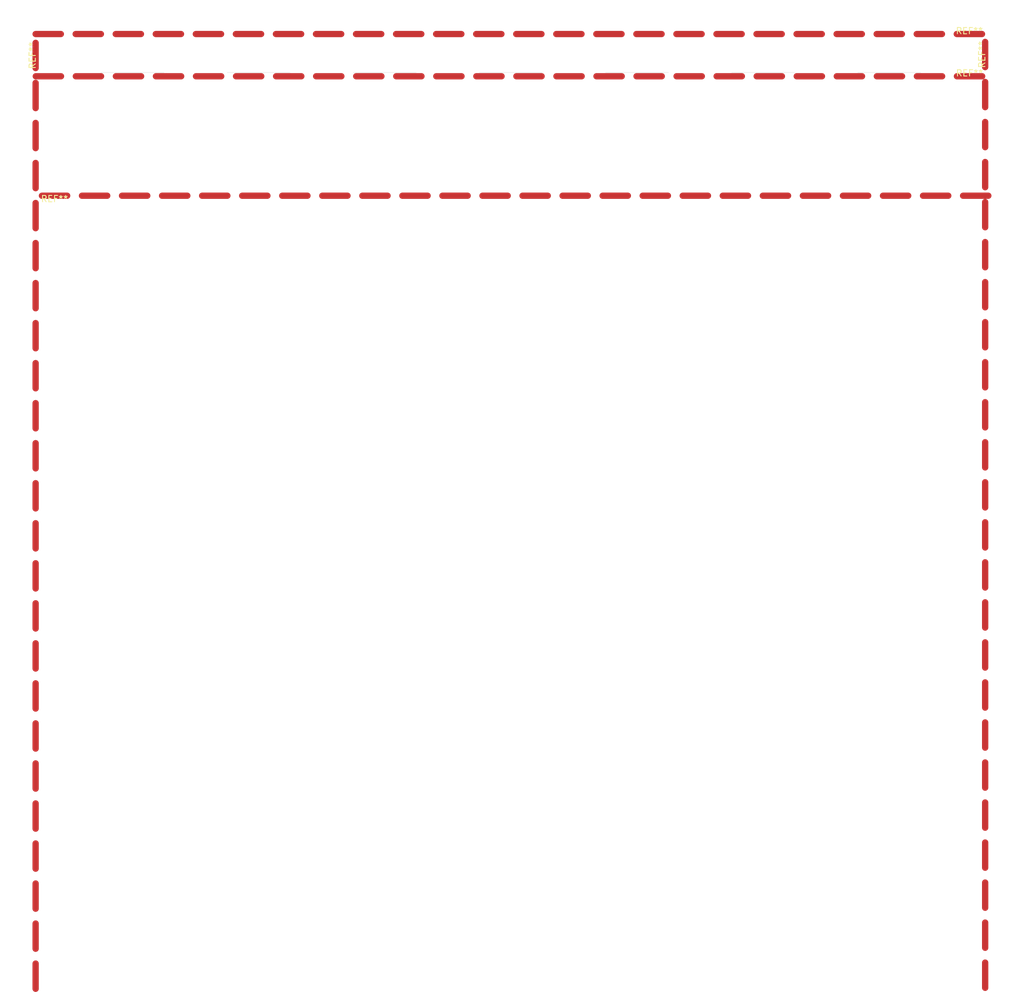
<source format=kicad_pcb>
(kicad_pcb (version 20171130) (host pcbnew 5.1.5+dfsg1-2build2)

  (general
    (thickness 1.6)
    (drawings 96)
    (tracks 0)
    (zones 0)
    (modules 5)
    (nets 1)
  )

  (page A4)
  (layers
    (0 F.Cu signal)
    (31 B.Cu signal)
    (32 B.Adhes user)
    (33 F.Adhes user)
    (34 B.Paste user)
    (35 F.Paste user)
    (36 B.SilkS user)
    (37 F.SilkS user)
    (38 B.Mask user)
    (39 F.Mask user)
    (40 Dwgs.User user)
    (41 Cmts.User user)
    (42 Eco1.User user)
    (43 Eco2.User user)
    (44 Edge.Cuts user)
    (45 Margin user)
    (46 B.CrtYd user)
    (47 F.CrtYd user)
    (48 B.Fab user)
    (49 F.Fab user)
  )

  (setup
    (last_trace_width 0.35)
    (trace_clearance 0.25)
    (zone_clearance 0.508)
    (zone_45_only no)
    (trace_min 0.3)
    (via_size 0.8)
    (via_drill 0.4)
    (via_min_size 0.5)
    (via_min_drill 0.4)
    (uvia_size 0.3)
    (uvia_drill 0.1)
    (uvias_allowed no)
    (uvia_min_size 0.2)
    (uvia_min_drill 0.1)
    (edge_width 0.05)
    (segment_width 0.2)
    (pcb_text_width 0.3)
    (pcb_text_size 1.5 1.5)
    (mod_edge_width 0.12)
    (mod_text_size 1 1)
    (mod_text_width 0.15)
    (pad_size 1.524 1.524)
    (pad_drill 0.762)
    (pad_to_mask_clearance 0.051)
    (solder_mask_min_width 0.25)
    (aux_axis_origin 0 0)
    (visible_elements FFFFFF7F)
    (pcbplotparams
      (layerselection 0x010fc_ffffffff)
      (usegerberextensions false)
      (usegerberattributes false)
      (usegerberadvancedattributes false)
      (creategerberjobfile false)
      (excludeedgelayer true)
      (linewidth 0.100000)
      (plotframeref false)
      (viasonmask false)
      (mode 1)
      (useauxorigin false)
      (hpglpennumber 1)
      (hpglpenspeed 20)
      (hpglpendiameter 15.000000)
      (psnegative false)
      (psa4output false)
      (plotreference true)
      (plotvalue true)
      (plotinvisibletext false)
      (padsonsilk false)
      (subtractmaskfromsilk false)
      (outputformat 1)
      (mirror false)
      (drillshape 1)
      (scaleselection 1)
      (outputdirectory ""))
  )

  (net 0 "")

  (net_class Default "This is the default net class."
    (clearance 0.25)
    (trace_width 0.35)
    (via_dia 0.8)
    (via_drill 0.4)
    (uvia_dia 0.3)
    (uvia_drill 0.1)
    (diff_pair_width 0.3)
    (diff_pair_gap 0.25)
  )

  (net_class Power ""
    (clearance 0.25)
    (trace_width 0.45)
    (via_dia 1)
    (via_drill 0.4)
    (uvia_dia 0.3)
    (uvia_drill 0.1)
    (diff_pair_width 0.3)
    (diff_pair_gap 0.25)
  )

  (module Digi:Long_Pad_single_sided (layer F.Cu) (tedit 5F2CBB43) (tstamp 5F2E20DA)
    (at 202.1 36.7 270)
    (fp_text reference REF** (at 0 0.5 90) (layer F.SilkS)
      (effects (font (size 1 1) (thickness 0.15)))
    )
    (fp_text value Long_Pad_single_sided (at 0 -0.5 90) (layer F.Fab)
      (effects (font (size 1 1) (thickness 0.15)))
    )
    (pad 1 smd oval (at 146.05 0 270) (size 5 1) (layers F.Cu F.Paste F.Mask))
    (pad 1 smd oval (at 139.7 0 270) (size 5 1) (layers F.Cu F.Paste F.Mask))
    (pad 1 smd oval (at 133.35 0 270) (size 5 1) (layers F.Cu F.Paste F.Mask))
    (pad 1 smd oval (at 127 0 270) (size 5 1) (layers F.Cu F.Paste F.Mask))
    (pad 1 smd oval (at 120.65 0 270) (size 5 1) (layers F.Cu F.Paste F.Mask))
    (pad 1 smd oval (at 114.3 0 270) (size 5 1) (layers F.Cu F.Paste F.Mask))
    (pad 1 smd oval (at 107.95 0 270) (size 5 1) (layers F.Cu F.Paste F.Mask))
    (pad 1 smd oval (at 101.6 0 270) (size 5 1) (layers F.Cu F.Paste F.Mask))
    (pad 1 smd oval (at 95.25 0 270) (size 5 1) (layers F.Cu F.Paste F.Mask))
    (pad 1 smd oval (at 88.9 0 270) (size 5 1) (layers F.Cu F.Paste F.Mask))
    (pad 1 smd oval (at 82.55 0 270) (size 5 1) (layers F.Cu F.Paste F.Mask))
    (pad 1 smd oval (at 76.2 0 270) (size 5 1) (layers F.Cu F.Paste F.Mask))
    (pad 1 smd oval (at 69.85 0 270) (size 5 1) (layers F.Cu F.Paste F.Mask))
    (pad 1 smd oval (at 63.5 0 270) (size 5 1) (layers F.Cu F.Paste F.Mask))
    (pad 1 smd oval (at 57.15 0 270) (size 5 1) (layers F.Cu F.Paste F.Mask))
    (pad 1 smd oval (at 50.8 0 270) (size 5 1) (layers F.Cu F.Paste F.Mask))
    (pad 1 smd oval (at 44.45 0 270) (size 5 1) (layers F.Cu F.Paste F.Mask))
    (pad 1 smd oval (at 38.1 0 270) (size 5 1) (layers F.Cu F.Paste F.Mask))
    (pad 1 smd oval (at 31.75 0 270) (size 5 1) (layers F.Cu F.Paste F.Mask))
    (pad 1 smd oval (at 25.4 0 270) (size 5 1) (layers F.Cu F.Paste F.Mask))
    (pad 1 smd oval (at 19.05 0 270) (size 5 1) (layers F.Cu F.Paste F.Mask))
    (pad 1 smd oval (at 12.7 0 270) (size 5 1) (layers F.Cu F.Paste F.Mask))
    (pad 1 smd oval (at 6.35 0 270) (size 5 1) (layers F.Cu F.Paste F.Mask))
    (pad 1 smd oval (at 0 0 270) (size 5 1) (layers F.Cu F.Paste F.Mask))
  )

  (module Digi:Long_Pad_single_sided (layer F.Cu) (tedit 5F2CBB43) (tstamp 5F2D187A)
    (at 54.55 59.1)
    (fp_text reference REF** (at 0 0.5) (layer F.SilkS)
      (effects (font (size 1 1) (thickness 0.15)))
    )
    (fp_text value Long_Pad_single_sided (at 0 -0.5) (layer F.Fab)
      (effects (font (size 1 1) (thickness 0.15)))
    )
    (pad 1 smd oval (at 0 0) (size 5 1) (layers F.Cu F.Paste F.Mask))
    (pad 1 smd oval (at 6.35 0) (size 5 1) (layers F.Cu F.Paste F.Mask))
    (pad 1 smd oval (at 12.7 0) (size 5 1) (layers F.Cu F.Paste F.Mask))
    (pad 1 smd oval (at 19.05 0) (size 5 1) (layers F.Cu F.Paste F.Mask))
    (pad 1 smd oval (at 25.4 0) (size 5 1) (layers F.Cu F.Paste F.Mask))
    (pad 1 smd oval (at 31.75 0) (size 5 1) (layers F.Cu F.Paste F.Mask))
    (pad 1 smd oval (at 38.1 0) (size 5 1) (layers F.Cu F.Paste F.Mask))
    (pad 1 smd oval (at 44.45 0) (size 5 1) (layers F.Cu F.Paste F.Mask))
    (pad 1 smd oval (at 50.8 0) (size 5 1) (layers F.Cu F.Paste F.Mask))
    (pad 1 smd oval (at 57.15 0) (size 5 1) (layers F.Cu F.Paste F.Mask))
    (pad 1 smd oval (at 63.5 0) (size 5 1) (layers F.Cu F.Paste F.Mask))
    (pad 1 smd oval (at 69.85 0) (size 5 1) (layers F.Cu F.Paste F.Mask))
    (pad 1 smd oval (at 76.2 0) (size 5 1) (layers F.Cu F.Paste F.Mask))
    (pad 1 smd oval (at 82.55 0) (size 5 1) (layers F.Cu F.Paste F.Mask))
    (pad 1 smd oval (at 88.9 0) (size 5 1) (layers F.Cu F.Paste F.Mask))
    (pad 1 smd oval (at 95.25 0) (size 5 1) (layers F.Cu F.Paste F.Mask))
    (pad 1 smd oval (at 101.6 0) (size 5 1) (layers F.Cu F.Paste F.Mask))
    (pad 1 smd oval (at 107.95 0) (size 5 1) (layers F.Cu F.Paste F.Mask))
    (pad 1 smd oval (at 114.3 0) (size 5 1) (layers F.Cu F.Paste F.Mask))
    (pad 1 smd oval (at 120.65 0) (size 5 1) (layers F.Cu F.Paste F.Mask))
    (pad 1 smd oval (at 127 0) (size 5 1) (layers F.Cu F.Paste F.Mask))
    (pad 1 smd oval (at 133.35 0) (size 5 1) (layers F.Cu F.Paste F.Mask))
    (pad 1 smd oval (at 139.7 0) (size 5 1) (layers F.Cu F.Paste F.Mask))
    (pad 1 smd oval (at 146.05 0) (size 5 1) (layers F.Cu F.Paste F.Mask))
  )

  (module Digi:Long_Pad_single_sided (layer F.Cu) (tedit 5F2CBB43) (tstamp 5F2D187A)
    (at 51.55 36.85 270)
    (fp_text reference REF** (at 0 0.5 90) (layer F.SilkS)
      (effects (font (size 1 1) (thickness 0.15)))
    )
    (fp_text value Long_Pad_single_sided (at 0 -0.5 90) (layer F.Fab)
      (effects (font (size 1 1) (thickness 0.15)))
    )
    (pad 1 smd oval (at 0 0 270) (size 5 1) (layers F.Cu F.Paste F.Mask))
    (pad 1 smd oval (at 6.35 0 270) (size 5 1) (layers F.Cu F.Paste F.Mask))
    (pad 1 smd oval (at 12.7 0 270) (size 5 1) (layers F.Cu F.Paste F.Mask))
    (pad 1 smd oval (at 19.05 0 270) (size 5 1) (layers F.Cu F.Paste F.Mask))
    (pad 1 smd oval (at 25.4 0 270) (size 5 1) (layers F.Cu F.Paste F.Mask))
    (pad 1 smd oval (at 31.75 0 270) (size 5 1) (layers F.Cu F.Paste F.Mask))
    (pad 1 smd oval (at 38.1 0 270) (size 5 1) (layers F.Cu F.Paste F.Mask))
    (pad 1 smd oval (at 44.45 0 270) (size 5 1) (layers F.Cu F.Paste F.Mask))
    (pad 1 smd oval (at 50.8 0 270) (size 5 1) (layers F.Cu F.Paste F.Mask))
    (pad 1 smd oval (at 57.15 0 270) (size 5 1) (layers F.Cu F.Paste F.Mask))
    (pad 1 smd oval (at 63.5 0 270) (size 5 1) (layers F.Cu F.Paste F.Mask))
    (pad 1 smd oval (at 69.85 0 270) (size 5 1) (layers F.Cu F.Paste F.Mask))
    (pad 1 smd oval (at 76.2 0 270) (size 5 1) (layers F.Cu F.Paste F.Mask))
    (pad 1 smd oval (at 82.55 0 270) (size 5 1) (layers F.Cu F.Paste F.Mask))
    (pad 1 smd oval (at 88.9 0 270) (size 5 1) (layers F.Cu F.Paste F.Mask))
    (pad 1 smd oval (at 95.25 0 270) (size 5 1) (layers F.Cu F.Paste F.Mask))
    (pad 1 smd oval (at 101.6 0 270) (size 5 1) (layers F.Cu F.Paste F.Mask))
    (pad 1 smd oval (at 107.95 0 270) (size 5 1) (layers F.Cu F.Paste F.Mask))
    (pad 1 smd oval (at 114.3 0 270) (size 5 1) (layers F.Cu F.Paste F.Mask))
    (pad 1 smd oval (at 120.65 0 270) (size 5 1) (layers F.Cu F.Paste F.Mask))
    (pad 1 smd oval (at 127 0 270) (size 5 1) (layers F.Cu F.Paste F.Mask))
    (pad 1 smd oval (at 133.35 0 270) (size 5 1) (layers F.Cu F.Paste F.Mask))
    (pad 1 smd oval (at 139.7 0 270) (size 5 1) (layers F.Cu F.Paste F.Mask))
    (pad 1 smd oval (at 146.05 0 270) (size 5 1) (layers F.Cu F.Paste F.Mask))
  )

  (module Digi:Long_Pad_single_sided (layer F.Cu) (tedit 5F2CBB43) (tstamp 5F2D187A)
    (at 199.625 40.15 180)
    (fp_text reference REF** (at 0 0.5) (layer F.SilkS)
      (effects (font (size 1 1) (thickness 0.15)))
    )
    (fp_text value Long_Pad_single_sided (at 0 -0.5) (layer F.Fab)
      (effects (font (size 1 1) (thickness 0.15)))
    )
    (pad 1 smd oval (at 0 0 180) (size 5 1) (layers F.Cu F.Paste F.Mask))
    (pad 1 smd oval (at 6.35 0 180) (size 5 1) (layers F.Cu F.Paste F.Mask))
    (pad 1 smd oval (at 12.7 0 180) (size 5 1) (layers F.Cu F.Paste F.Mask))
    (pad 1 smd oval (at 19.05 0 180) (size 5 1) (layers F.Cu F.Paste F.Mask))
    (pad 1 smd oval (at 25.4 0 180) (size 5 1) (layers F.Cu F.Paste F.Mask))
    (pad 1 smd oval (at 31.75 0 180) (size 5 1) (layers F.Cu F.Paste F.Mask))
    (pad 1 smd oval (at 38.1 0 180) (size 5 1) (layers F.Cu F.Paste F.Mask))
    (pad 1 smd oval (at 44.45 0 180) (size 5 1) (layers F.Cu F.Paste F.Mask))
    (pad 1 smd oval (at 50.8 0 180) (size 5 1) (layers F.Cu F.Paste F.Mask))
    (pad 1 smd oval (at 57.15 0 180) (size 5 1) (layers F.Cu F.Paste F.Mask))
    (pad 1 smd oval (at 63.5 0 180) (size 5 1) (layers F.Cu F.Paste F.Mask))
    (pad 1 smd oval (at 69.85 0 180) (size 5 1) (layers F.Cu F.Paste F.Mask))
    (pad 1 smd oval (at 76.2 0 180) (size 5 1) (layers F.Cu F.Paste F.Mask))
    (pad 1 smd oval (at 82.55 0 180) (size 5 1) (layers F.Cu F.Paste F.Mask))
    (pad 1 smd oval (at 88.9 0 180) (size 5 1) (layers F.Cu F.Paste F.Mask))
    (pad 1 smd oval (at 95.25 0 180) (size 5 1) (layers F.Cu F.Paste F.Mask))
    (pad 1 smd oval (at 101.6 0 180) (size 5 1) (layers F.Cu F.Paste F.Mask))
    (pad 1 smd oval (at 107.95 0 180) (size 5 1) (layers F.Cu F.Paste F.Mask))
    (pad 1 smd oval (at 114.3 0 180) (size 5 1) (layers F.Cu F.Paste F.Mask))
    (pad 1 smd oval (at 120.65 0 180) (size 5 1) (layers F.Cu F.Paste F.Mask))
    (pad 1 smd oval (at 127 0 180) (size 5 1) (layers F.Cu F.Paste F.Mask))
    (pad 1 smd oval (at 133.35 0 180) (size 5 1) (layers F.Cu F.Paste F.Mask))
    (pad 1 smd oval (at 139.7 0 180) (size 5 1) (layers F.Cu F.Paste F.Mask))
    (pad 1 smd oval (at 146.05 0 180) (size 5 1) (layers F.Cu F.Paste F.Mask))
  )

  (module Digi:Long_Pad_single_sided (layer F.Cu) (tedit 5F2CBB43) (tstamp 5F2D185A)
    (at 199.6 33.45 180)
    (fp_text reference REF** (at 0 0.5) (layer F.SilkS)
      (effects (font (size 1 1) (thickness 0.15)))
    )
    (fp_text value Long_Pad_single_sided (at 0 -0.5) (layer F.Fab)
      (effects (font (size 1 1) (thickness 0.15)))
    )
    (pad 1 smd oval (at 146.05 0 180) (size 5 1) (layers F.Cu F.Paste F.Mask))
    (pad 1 smd oval (at 139.7 0 180) (size 5 1) (layers F.Cu F.Paste F.Mask))
    (pad 1 smd oval (at 133.35 0 180) (size 5 1) (layers F.Cu F.Paste F.Mask))
    (pad 1 smd oval (at 127 0 180) (size 5 1) (layers F.Cu F.Paste F.Mask))
    (pad 1 smd oval (at 120.65 0 180) (size 5 1) (layers F.Cu F.Paste F.Mask))
    (pad 1 smd oval (at 114.3 0 180) (size 5 1) (layers F.Cu F.Paste F.Mask))
    (pad 1 smd oval (at 107.95 0 180) (size 5 1) (layers F.Cu F.Paste F.Mask))
    (pad 1 smd oval (at 101.6 0 180) (size 5 1) (layers F.Cu F.Paste F.Mask))
    (pad 1 smd oval (at 95.25 0 180) (size 5 1) (layers F.Cu F.Paste F.Mask))
    (pad 1 smd oval (at 88.9 0 180) (size 5 1) (layers F.Cu F.Paste F.Mask))
    (pad 1 smd oval (at 82.55 0 180) (size 5 1) (layers F.Cu F.Paste F.Mask))
    (pad 1 smd oval (at 76.2 0 180) (size 5 1) (layers F.Cu F.Paste F.Mask))
    (pad 1 smd oval (at 69.85 0 180) (size 5 1) (layers F.Cu F.Paste F.Mask))
    (pad 1 smd oval (at 63.5 0 180) (size 5 1) (layers F.Cu F.Paste F.Mask))
    (pad 1 smd oval (at 57.15 0 180) (size 5 1) (layers F.Cu F.Paste F.Mask))
    (pad 1 smd oval (at 50.8 0 180) (size 5 1) (layers F.Cu F.Paste F.Mask))
    (pad 1 smd oval (at 44.45 0 180) (size 5 1) (layers F.Cu F.Paste F.Mask))
    (pad 1 smd oval (at 38.1 0 180) (size 5 1) (layers F.Cu F.Paste F.Mask))
    (pad 1 smd oval (at 31.75 0 180) (size 5 1) (layers F.Cu F.Paste F.Mask))
    (pad 1 smd oval (at 25.4 0 180) (size 5 1) (layers F.Cu F.Paste F.Mask))
    (pad 1 smd oval (at 19.05 0 180) (size 5 1) (layers F.Cu F.Paste F.Mask))
    (pad 1 smd oval (at 12.7 0 180) (size 5 1) (layers F.Cu F.Paste F.Mask))
    (pad 1 smd oval (at 6.35 0 180) (size 5 1) (layers F.Cu F.Paste F.Mask))
    (pad 1 smd oval (at 0 0 180) (size 5 1) (layers F.Cu F.Paste F.Mask))
  )

  (gr_line (start 111.900001 39.549998) (end 101.900001 39.549998) (layer Edge.Cuts) (width 0.05) (tstamp 5F2D2788))
  (gr_line (start 181.9 39.549998) (end 191.9 39.549998) (layer Edge.Cuts) (width 0.05) (tstamp 5F2CB991))
  (gr_line (start 161.9 39.549998) (end 171.9 39.549998) (layer Edge.Cuts) (width 0.05) (tstamp 5F2CB988))
  (gr_line (start 141.900001 39.549998) (end 151.900001 39.549998) (layer Edge.Cuts) (width 0.05) (tstamp 5F2CB994))
  (gr_line (start 121.900001 39.549998) (end 131.900001 39.549998) (layer Edge.Cuts) (width 0.05) (tstamp 5F2CB98B))
  (gr_line (start 81.900001 39.549998) (end 91.900001 39.549998) (layer Edge.Cuts) (width 0.05) (tstamp 5F2CB9C7))
  (gr_line (start 61.900001 39.549998) (end 71.900001 39.549998) (layer Edge.Cuts) (width 0.05) (tstamp 5F2CB9BE))
  (gr_line (start 151.900001 39.549998) (end 151.900001 37.949998) (layer Edge.Cuts) (width 0.00031) (tstamp 5F2CB979))
  (gr_line (start 191.9 37.949998) (end 181.9 37.949998) (layer Edge.Cuts) (width 0.00031) (tstamp 5F2CB97C))
  (gr_line (start 91.875 32.874999) (end 81.875 32.874999) (layer Edge.Cuts) (width 0.00031))
  (gr_line (start 121.875 32.874999) (end 121.875 31.274999) (layer Edge.Cuts) (width 0.00031))
  (gr_line (start 204.375 51.274999) (end 202.775 51.274999) (layer Edge.Cuts) (width 0.00031))
  (gr_line (start 202.775 41.274999) (end 204.375 41.274999) (layer Edge.Cuts) (width 0.00031))
  (gr_line (start 202.775 51.274999) (end 202.775 41.274999) (layer Edge.Cuts) (width 0.00031))
  (gr_line (start 204.375 31.274999) (end 191.875 31.274999) (layer Edge.Cuts) (width 0.00031))
  (gr_line (start 161.9 37.949998) (end 161.9 39.549998) (layer Edge.Cuts) (width 0.00031) (tstamp 5F2CB97F))
  (gr_line (start 91.875 31.274999) (end 91.875 32.874999) (layer Edge.Cuts) (width 0.00031))
  (gr_line (start 121.875 31.274999) (end 111.875 31.274999) (layer Edge.Cuts) (width 0.00031))
  (gr_line (start 171.9 37.949998) (end 161.9 37.949998) (layer Edge.Cuts) (width 0.00031) (tstamp 5F2CB982))
  (gr_line (start 131.875 32.874999) (end 121.875 32.874999) (layer Edge.Cuts) (width 0.00031))
  (gr_line (start 171.875001 31.274999) (end 171.875001 32.874999) (layer Edge.Cuts) (width 0.00031))
  (gr_line (start 191.9 39.549998) (end 191.9 37.949998) (layer Edge.Cuts) (width 0.00031) (tstamp 5F2CB985))
  (gr_line (start 181.875 32.874999) (end 181.875 31.274999) (layer Edge.Cuts) (width 0.00031))
  (gr_line (start 111.875 31.274999) (end 111.875 32.874999) (layer Edge.Cuts) (width 0.00031))
  (gr_line (start 61.875 61.274999) (end 61.875 59.674999) (layer Edge.Cuts) (width 0.00031))
  (gr_line (start 61.875 59.674999) (end 71.875001 59.674999) (layer Edge.Cuts) (width 0.00031))
  (gr_line (start 81.875 61.274999) (end 81.875 59.674999) (layer Edge.Cuts) (width 0.00031))
  (gr_line (start 71.875001 61.274999) (end 81.875 61.274999) (layer Edge.Cuts) (width 0.00031))
  (gr_line (start 91.875 61.274999) (end 101.875 61.274999) (layer Edge.Cuts) (width 0.00031))
  (gr_line (start 111.875 59.674999) (end 111.875 61.274999) (layer Edge.Cuts) (width 0.00031))
  (gr_line (start 49.375 61.274999) (end 61.875 61.274999) (layer Edge.Cuts) (width 0.00031))
  (gr_line (start 61.875 31.274999) (end 49.375 31.274999) (layer Edge.Cuts) (width 0.00031))
  (gr_line (start 71.875001 59.674999) (end 71.875001 61.274999) (layer Edge.Cuts) (width 0.00031))
  (gr_line (start 121.875 59.674999) (end 131.875 59.674999) (layer Edge.Cuts) (width 0.00031))
  (gr_line (start 71.875001 32.874999) (end 61.875 32.874999) (layer Edge.Cuts) (width 0.00031))
  (gr_line (start 131.875 59.674999) (end 131.875 61.274999) (layer Edge.Cuts) (width 0.00031))
  (gr_line (start 121.875 61.274999) (end 121.875 59.674999) (layer Edge.Cuts) (width 0.00031))
  (gr_line (start 50.975 41.274999) (end 50.975 51.274999) (layer Edge.Cuts) (width 0.00031))
  (gr_line (start 101.875 59.674999) (end 111.875 59.674999) (layer Edge.Cuts) (width 0.00031))
  (gr_line (start 50.975 51.274999) (end 49.375 51.274999) (layer Edge.Cuts) (width 0.00031))
  (gr_line (start 49.375 51.274999) (end 49.375 61.274999) (layer Edge.Cuts) (width 0.00031))
  (gr_line (start 61.875 32.874999) (end 61.875 31.274999) (layer Edge.Cuts) (width 0.00031))
  (gr_line (start 111.875 61.274999) (end 121.875 61.274999) (layer Edge.Cuts) (width 0.00031))
  (gr_line (start 49.375 31.274999) (end 49.375 41.274999) (layer Edge.Cuts) (width 0.00031))
  (gr_line (start 111.875 32.874999) (end 101.875 32.874999) (layer Edge.Cuts) (width 0.00031))
  (gr_line (start 71.875001 31.274999) (end 71.875001 32.874999) (layer Edge.Cuts) (width 0.00031))
  (gr_line (start 91.875 59.674999) (end 91.875 61.274999) (layer Edge.Cuts) (width 0.00031))
  (gr_line (start 101.875 61.274999) (end 101.875 59.674999) (layer Edge.Cuts) (width 0.00031))
  (gr_line (start 81.875 31.274999) (end 71.875001 31.274999) (layer Edge.Cuts) (width 0.00031))
  (gr_line (start 71.900001 39.549998) (end 71.900001 37.949998) (layer Edge.Cuts) (width 0.00031) (tstamp 5F2CB98E))
  (gr_line (start 81.875 59.674999) (end 91.875 59.674999) (layer Edge.Cuts) (width 0.00031))
  (gr_line (start 49.375 41.274999) (end 50.975 41.274999) (layer Edge.Cuts) (width 0.00031))
  (gr_line (start 81.875 32.874999) (end 81.875 31.274999) (layer Edge.Cuts) (width 0.00031))
  (gr_line (start 81.900001 37.949998) (end 81.900001 39.549998) (layer Edge.Cuts) (width 0.00031) (tstamp 5F2CB997))
  (gr_line (start 131.900001 37.949998) (end 121.900001 37.949998) (layer Edge.Cuts) (width 0.00031) (tstamp 5F2CB99A))
  (gr_line (start 91.900001 39.549998) (end 91.900001 37.949998) (layer Edge.Cuts) (width 0.00031) (tstamp 5F2CB99D))
  (gr_line (start 151.900001 37.949998) (end 141.900001 37.949998) (layer Edge.Cuts) (width 0.00031) (tstamp 5F2CB9A0))
  (gr_line (start 121.900001 37.949998) (end 121.900001 39.549998) (layer Edge.Cuts) (width 0.00031) (tstamp 5F2CB9A3))
  (gr_line (start 141.900001 37.949998) (end 141.900001 39.549998) (layer Edge.Cuts) (width 0.00031) (tstamp 5F2CB9A6))
  (gr_line (start 91.900001 37.949998) (end 81.900001 37.949998) (layer Edge.Cuts) (width 0.00031) (tstamp 5F2CB9A9))
  (gr_line (start 131.900001 39.549998) (end 131.900001 37.949998) (layer Edge.Cuts) (width 0.00031) (tstamp 5F2CB9AC))
  (gr_line (start 111.900001 39.549998) (end 111.900001 37.949998) (layer Edge.Cuts) (width 0.00031) (tstamp 5F2CB9AF))
  (gr_line (start 171.9 39.549998) (end 171.9 37.949998) (layer Edge.Cuts) (width 0.00031) (tstamp 5F2CB9B2))
  (gr_line (start 101.900001 37.949998) (end 101.900001 39.549998) (layer Edge.Cuts) (width 0.00031) (tstamp 5F2CB9B5))
  (gr_line (start 181.9 37.949998) (end 181.9 39.549998) (layer Edge.Cuts) (width 0.00031) (tstamp 5F2CB9B8))
  (gr_line (start 71.900001 37.949998) (end 61.900001 37.949998) (layer Edge.Cuts) (width 0.00031) (tstamp 5F2CB9BB))
  (gr_line (start 171.875001 61.274999) (end 181.875 61.274999) (layer Edge.Cuts) (width 0.00031))
  (gr_line (start 181.875 61.274999) (end 181.875 59.674999) (layer Edge.Cuts) (width 0.00031))
  (gr_line (start 161.875 61.274999) (end 161.875 59.674999) (layer Edge.Cuts) (width 0.00031))
  (gr_line (start 181.875 59.674999) (end 191.875 59.674999) (layer Edge.Cuts) (width 0.00031))
  (gr_line (start 161.875 59.674999) (end 171.875001 59.674999) (layer Edge.Cuts) (width 0.00031))
  (gr_line (start 131.875 61.274999) (end 141.875 61.274999) (layer Edge.Cuts) (width 0.00031))
  (gr_line (start 111.900001 37.949998) (end 101.900001 37.949998) (layer Edge.Cuts) (width 0.00031) (tstamp 5F2CB9C4))
  (gr_line (start 171.875001 59.674999) (end 171.875001 61.274999) (layer Edge.Cuts) (width 0.00031))
  (gr_line (start 151.875 59.674999) (end 151.875 61.274999) (layer Edge.Cuts) (width 0.00031))
  (gr_line (start 191.875 61.274999) (end 204.375 61.274999) (layer Edge.Cuts) (width 0.00031))
  (gr_line (start 141.875 59.674999) (end 151.875 59.674999) (layer Edge.Cuts) (width 0.00031))
  (gr_line (start 141.875 61.274999) (end 141.875 59.674999) (layer Edge.Cuts) (width 0.00031))
  (gr_line (start 191.875 31.274999) (end 191.875 32.874999) (layer Edge.Cuts) (width 0.00031))
  (gr_line (start 191.875 59.674999) (end 191.875 61.274999) (layer Edge.Cuts) (width 0.00031))
  (gr_line (start 151.875 61.274999) (end 161.875 61.274999) (layer Edge.Cuts) (width 0.00031))
  (gr_line (start 141.875 32.874999) (end 141.875 31.274999) (layer Edge.Cuts) (width 0.00031))
  (gr_line (start 204.375 41.274999) (end 204.375 31.274999) (layer Edge.Cuts) (width 0.00031))
  (gr_line (start 161.875 31.274999) (end 151.875 31.274999) (layer Edge.Cuts) (width 0.00031))
  (gr_line (start 161.875 32.874999) (end 161.875 31.274999) (layer Edge.Cuts) (width 0.00031))
  (gr_line (start 101.875 32.874999) (end 101.875 31.274999) (layer Edge.Cuts) (width 0.00031))
  (gr_line (start 171.875001 32.874999) (end 161.875 32.874999) (layer Edge.Cuts) (width 0.00031))
  (gr_line (start 61.900001 37.949998) (end 61.900001 39.549998) (layer Edge.Cuts) (width 0.00031) (tstamp 5F2CB9CA))
  (gr_line (start 141.875 31.274999) (end 131.875 31.274999) (layer Edge.Cuts) (width 0.00031))
  (gr_line (start 204.375 61.274999) (end 204.375 51.274999) (layer Edge.Cuts) (width 0.00031))
  (gr_line (start 101.875 31.274999) (end 91.875 31.274999) (layer Edge.Cuts) (width 0.00031))
  (gr_line (start 191.875 32.874999) (end 181.875 32.874999) (layer Edge.Cuts) (width 0.00031))
  (gr_line (start 131.875 31.274999) (end 131.875 32.874999) (layer Edge.Cuts) (width 0.00031))
  (gr_line (start 151.875 32.874999) (end 141.875 32.874999) (layer Edge.Cuts) (width 0.00031))
  (gr_line (start 151.875 31.274999) (end 151.875 32.874999) (layer Edge.Cuts) (width 0.00031))
  (gr_line (start 181.875 31.274999) (end 171.875001 31.274999) (layer Edge.Cuts) (width 0.00031))

)

</source>
